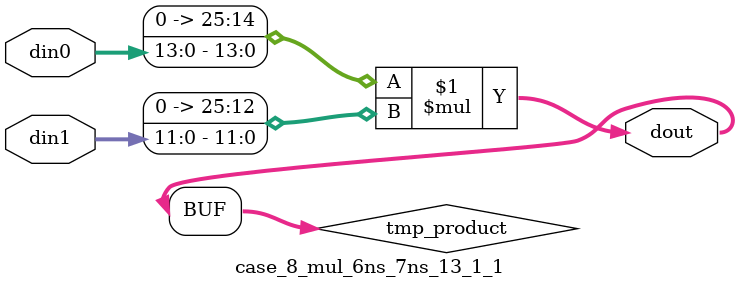
<source format=v>

`timescale 1 ns / 1 ps

 (* use_dsp = "no" *)  module case_8_mul_6ns_7ns_13_1_1(din0, din1, dout);
parameter ID = 1;
parameter NUM_STAGE = 0;
parameter din0_WIDTH = 14;
parameter din1_WIDTH = 12;
parameter dout_WIDTH = 26;

input [din0_WIDTH - 1 : 0] din0; 
input [din1_WIDTH - 1 : 0] din1; 
output [dout_WIDTH - 1 : 0] dout;

wire signed [dout_WIDTH - 1 : 0] tmp_product;
























assign tmp_product = $signed({1'b0, din0}) * $signed({1'b0, din1});











assign dout = tmp_product;





















endmodule

</source>
